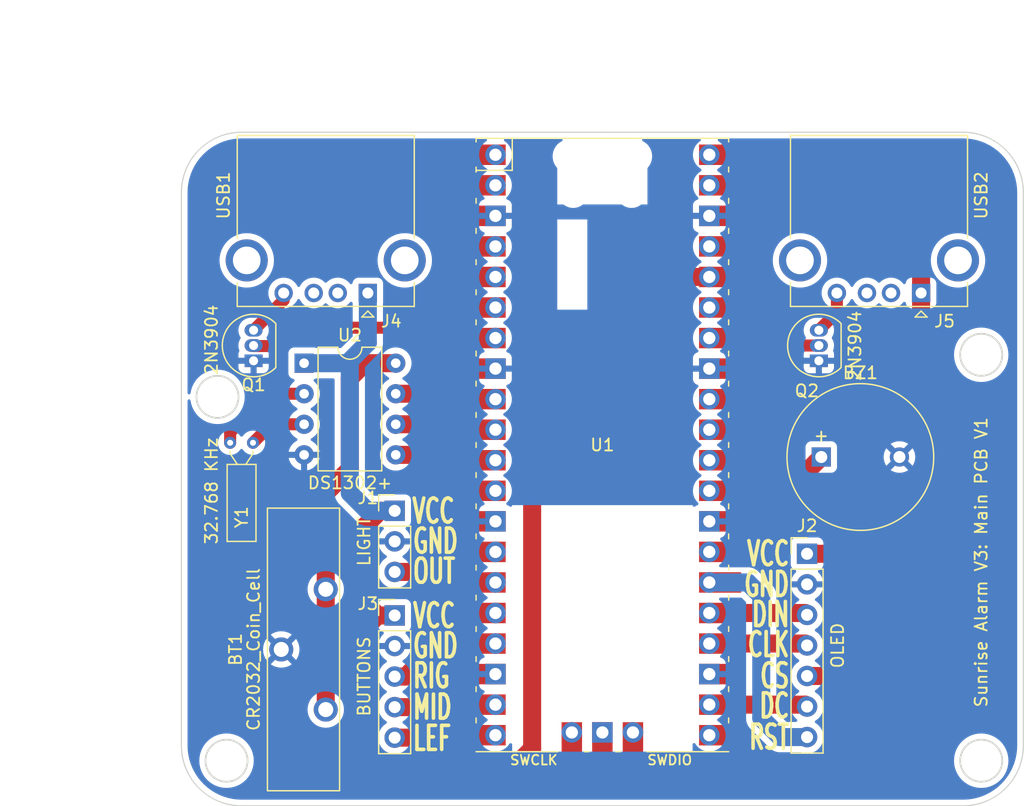
<source format=kicad_pcb>
(kicad_pcb (version 20211014) (generator pcbnew)
  (layers (0 "F.Cu" signal) (31 "B.Cu" signal) (34 "B.Paste" user) (35 "F.Paste" user) (36 "B.SilkS" user "B.Silkscreen") (37 "F.SilkS" user "F.Silkscreen") (38 "B.Mask" user) (39 "F.Mask" user) (44 "Edge.Cuts" user))
  (net 0 "")
  (net 1 "Net-(BT1-Pad1)")
  (net 2 "GND")
  (net 3 "PWM")
  (net 4 "+3.3V")
  (net 5 "LIGHT")
  (net 6 "OLED_DIN")
  (net 7 "OLED_CLK")
  (net 8 "OLED_CS")
  (net 9 "OLED_DC")
  (net 10 "OLED_RST")
  (net 11 "RIGHT_BUT")
  (net 12 "MIDDLE_BUT")
  (net 13 "LEFT_BUT")
  (net 16 "Net-(J4-Pad4)")
  (net 20 "Net-(J5-Pad4)")
  (net 22 "USB1")
  (net 23 "USB2")
  (net 24 "Net-(U2-Pad2)")
  (net 25 "Net-(U2-Pad3)")
  (net 26 "RTC_RST")
  (net 27 "RTC_DAT")
  (net 28 "RTC_CLK")
  (footprint "Connector_USB:USB_A_CONNFLY_DS1095-WNR0" (layer "F.Cu") (at 123.5 57.3625 180)
    (fp_text reference "J4" (at -1.95 -2.35) (layer "F.SilkS"))
    (fp_text value "USB1" (at 12 8.1125 90) (layer "F.SilkS"))
    (fp_line (start -3.86 -1.12) (end -3.86 0.86) (layer "F.SilkS") (width 0.12))
    (fp_line (start 0.5 -2) (end -0.5 -2) (layer "F.SilkS") (width 0.12))
    (fp_line (start 0 -1.5) (end 0.5 -2) (layer "F.SilkS") (width 0.12))
    (fp_line (start 10.86 0.86) (end 10.86 -1.12) (layer "F.SilkS") (width 0.12))
    (fp_line (start -3.86 4.56) (end -3.86 13.1) (layer "F.SilkS") (width 0.12))
    (fp_line (start -0.5 -2) (end 0 -1.5) (layer "F.SilkS") (width 0.12))
    (fp_line (start 10.86 4.56) (end 10.86 13.1) (layer "F.SilkS") (width 0.12))
    (fp_line (start -3.86 13.1) (end 10.86 13.1) (layer "F.SilkS") (width 0.12))
    (fp_line (start -3.86 -1.12) (end 10.86 -1.12) (layer "F.SilkS") (width 0.12))
    (pad "1" thru_hole rect (at 0 0 180) (size 1.524 1.524) (drill 0.92) (layers *.Cu *.Mask) (net 4 "+3.3V"))
    (pad "2" thru_hole circle (at 2.5 0 180) (size 1.524 1.524) (drill 0.92) (layers *.Cu *.Mask))
    (pad "3" thru_hole circle (at 4.5 0 180) (size 1.524 1.524) (drill 0.92) (layers *.Cu *.Mask))
    (pad "4" thru_hole circle (at 7 0 180) (size 1.524 1.524) (drill 0.92) (layers *.Cu *.Mask) (net 16 "Net-(J4-Pad4)"))
    (pad "5" thru_hole circle (at -3.07 2.71 180) (size 3.5 3.5) (drill 2.3) (layers *.Cu *.Mask))
    (pad "5" thru_hole circle (at 10.07 2.71 180) (size 3.5 3.5) (drill 2.3) (layers *.Cu *.Mask))
  )
  (footprint "Crystal:Crystal_DS26_D2.0mm_L6.0mm_Horizontal" (layer "F.Cu") (at 112.05 69.817742)
    (fp_text reference "Y1" (at 0.95 6.182258 90) (layer "F.SilkS"))
    (fp_text value "32.768 KHz" (at -1.55 4 90) (layer "F.SilkS"))
    (fp_line (start 0.6 1.8) (end 0 0.9) (layer "F.SilkS") (width 0.12))
    (fp_line (start -0.25 8.2) (end 2.15 8.2) (layer "F.SilkS") (width 0.12))
    (fp_line (start 1.9 0.9) (end 1.9 0.7) (layer "F.SilkS") (width 0.12))
    (fp_line (start 1.3 1.8) (end 1.9 0.9) (layer "F.SilkS") (width 0.12))
    (fp_line (start 0 0.9) (end 0 0.7) (layer "F.SilkS") (width 0.12))
    (fp_line (start 2.15 1.8) (end -0.25 1.8) (layer "F.SilkS") (width 0.12))
    (fp_line (start 2.15 8.2) (end 2.15 1.8) (layer "F.SilkS") (width 0.12))
    (fp_line (start -0.25 1.8) (end -0.25 8.2) (layer "F.SilkS") (width 0.12))
    (pad "1" thru_hole circle (at 0 0) (size 1 1) (drill 0.5) (layers *.Cu *.Mask) (net 24 "Net-(U2-Pad2)"))
    (pad "2" thru_hole circle (at 1.9 0) (size 1 1) (drill 0.5) (layers *.Cu *.Mask) (net 25 "Net-(U2-Pad3)"))
  )
  (footprint "Buzzer_Beeper:MagneticBuzzer_ProSignal_ABT-410-RC" (layer "F.Cu") (at 161.2 71)
    (fp_text reference "BZ1" (at 3.25 -7) (layer "F.SilkS"))
    (fp_text value "Buzzer")
    (fp_text user "+" (at 0 -1.8) (layer "F.SilkS"))
    (fp_circle (center 3.25 0) (end 9.35 0) (layer "F.SilkS") (width 0.12) (fill none))
    (pad "1" thru_hole rect (at 0 0) (size 1.6 1.6) (drill 1) (layers *.Cu *.Mask) (net 3 "PWM"))
    (pad "2" thru_hole circle (at 6.5 0) (size 1.6 1.6) (drill 1) (layers *.Cu *.Mask) (net 2 "GND"))
  )
  (footprint "Package_DIP:DIP-8_W7.62mm" (layer "F.Cu") (at 118.2 63.2)
    (fp_text reference "U2" (at 3.81 -2.33) (layer "F.SilkS"))
    (fp_text value "DS1302+" (at 3.81 9.95) (layer "F.SilkS"))
    (fp_line (start 6.46 -1.33) (end 4.81 -1.33) (layer "F.SilkS") (width 0.12))
    (fp_line (start 6.46 8.95) (end 6.46 -1.33) (layer "F.SilkS") (width 0.12))
    (fp_line (start 1.16 8.95) (end 6.46 8.95) (layer "F.SilkS") (width 0.12))
    (fp_line (start 2.81 -1.33) (end 1.16 -1.33) (layer "F.SilkS") (width 0.12))
    (fp_line (start 1.16 -1.33) (end 1.16 8.95) (layer "F.SilkS") (width 0.12))
    (fp_arc (start 4.81 -1.33) (mid 3.81 -0.33) (end 2.81 -1.33) (layer "F.SilkS") (width 0.12))
    (pad "1" thru_hole rect (at 0 0) (size 1.6 1.6) (drill 0.8) (layers *.Cu *.Mask) (net 4 "+3.3V"))
    (pad "2" thru_hole oval (at 0 2.54) (size 1.6 1.6) (drill 0.8) (layers *.Cu *.Mask) (net 24 "Net-(U2-Pad2)"))
    (pad "3" thru_hole oval (at 0 5.08) (size 1.6 1.6) (drill 0.8) (layers *.Cu *.Mask) (net 25 "Net-(U2-Pad3)"))
    (pad "4" thru_hole oval (at 0 7.62) (size 1.6 1.6) (drill 0.8) (layers *.Cu *.Mask) (net 2 "GND"))
    (pad "5" thru_hole oval (at 7.62 7.62) (size 1.6 1.6) (drill 0.8) (layers *.Cu *.Mask) (net 26 "RTC_RST"))
    (pad "6" thru_hole oval (at 7.62 5.08) (size 1.6 1.6) (drill 0.8) (layers *.Cu *.Mask) (net 27 "RTC_DAT"))
    (pad "7" thru_hole oval (at 7.62 2.54) (size 1.6 1.6) (drill 0.8) (layers *.Cu *.Mask) (net 28 "RTC_CLK"))
    (pad "8" thru_hole oval (at 7.62 0) (size 1.6 1.6) (drill 0.8) (layers *.Cu *.Mask) (net 1 "Net-(BT1-Pad1)"))
  )
  (footprint "Connector_PinHeader_2.54mm:PinHeader_1x05_P2.54mm_Vertical" (layer "F.Cu") (at 125.73 84.175)
    (fp_text reference "J3" (at -2.23 -0.975) (layer "F.SilkS"))
    (fp_text value "BUTTONS" (at -2.54 5.075 270) (layer "F.SilkS"))
    (fp_line (start -1.33 -1.33) (end 0 -1.33) (layer "F.SilkS") (width 0.12))
    (fp_line (start 1.33 1.27) (end 1.33 11.49) (layer "F.SilkS") (width 0.12))
    (fp_line (start -1.33 11.49) (end 1.33 11.49) (layer "F.SilkS") (width 0.12))
    (fp_line (start -1.33 1.27) (end -1.33 11.49) (layer "F.SilkS") (width 0.12))
    (fp_line (start -1.33 1.27) (end 1.33 1.27) (layer "F.SilkS") (width 0.12))
    (fp_line (start -1.33 0) (end -1.33 -1.33) (layer "F.SilkS") (width 0.12))
    (pad "1" thru_hole rect (at 0 0) (size 1.7 1.7) (drill 1) (layers *.Cu *.Mask) (net 4 "+3.3V"))
    (pad "2" thru_hole oval (at 0 2.54) (size 1.7 1.7) (drill 1) (layers *.Cu *.Mask) (net 2 "GND"))
    (pad "3" thru_hole oval (at 0 5.08) (size 1.7 1.7) (drill 1) (layers *.Cu *.Mask) (net 11 "RIGHT_BUT"))
    (pad "4" thru_hole oval (at 0 7.62) (size 1.7 1.7) (drill 1) (layers *.Cu *.Mask) (net 12 "MIDDLE_BUT"))
    (pad "5" thru_hole oval (at 0 10.16) (size 1.7 1.7) (drill 1) (layers *.Cu *.Mask) (net 13 "LEFT_BUT"))
  )
  (footprint "MCU_RaspberryPi_and_Boards:RPi_Pico_SMD_TH" (layer "F.Cu") (at 143 70)
    (fp_text reference "U1" (at 0 0) (layer "F.SilkS"))
    (fp_text value "Pico")
    (fp_text user "SWDIO" (at 5.6 26.2) (layer "F.SilkS") (effects (font (size 0.8 0.8))))
    (fp_text user "SWCLK" (at -5.7 26.2) (layer "F.SilkS") (effects (font (size 0.8 0.8))))
    (fp_line (start -10.5 4.9) (end -10.5 5.3) (layer "F.SilkS") (width 0.12))
    (fp_line (start -10.5 -18) (end -10.5 -17.6) (layer "F.SilkS") (width 0.12))
    (fp_line (start -10.5 -25.5) (end -10.5 -25.2) (layer "F.SilkS") (width 0.12))
    (fp_line (start 10.5 -15.4) (end 10.5 -15) (layer "F.SilkS") (width 0.12))
    (fp_line (start 10.5 -2.7) (end 10.5 -2.3) (layer "F.SilkS") (width 0.12))
    (fp_line (start -10.5 7.4) (end -10.5 7.8) (layer "F.SilkS") (width 0.12))
    (fp_line (start -1.5 25.5) (end -1.1 25.5) (layer "F.SilkS") (width 0.12))
    (fp_line (start 10.5 12.5) (end 10.5 12.9) (layer "F.SilkS") (width 0.12))
    (fp_line (start -10.5 -10.4) (end -10.5 -10) (layer "F.SilkS") (width 0.12))
    (fp_line (start -10.5 -0.2) (end -10.5 0.2) (layer "F.SilkS") (width 0.12))
    (fp_line (start 10.5 -18) (end 10.5 -17.6) (layer "F.SilkS") (width 0.12))
    (fp_line (start 10.5 22.7) (end 10.5 23.1) (layer "F.SilkS") (width 0.12))
    (fp_line (start -10.5 20.1) (end -10.5 20.5) (layer "F.SilkS") (width 0.12))
    (fp_line (start -10.5 -25.5) (end 10.5 -25.5) (layer "F.SilkS") (width 0.12))
    (fp_line (start 10.5 25.5) (end 3.7 25.5) (layer "F.SilkS") (width 0.12))
    (fp_line (start 10.5 15.1) (end 10.5 15.5) (layer "F.SilkS") (width 0.12))
    (fp_line (start -10.5 -12.9) (end -10.5 -12.5) (layer "F.SilkS") (width 0.12))
    (fp_line (start -10.5 22.7) (end -10.5 23.1) (layer "F.SilkS") (width 0.12))
    (fp_line (start -10.5 -15.4) (end -10.5 -15) (layer "F.SilkS") (width 0.12))
    (fp_line (start 1.1 25.5) (end 1.5 25.5) (layer "F.SilkS") (width 0.12))
    (fp_line (start -10.5 -22.833) (end -7.493 -22.833) (layer "F.SilkS") (width 0.12))
    (fp_line (start 10.5 -10.4) (end 10.5 -10) (layer "F.SilkS") (width 0.12))
    (fp_line (start 10.5 2.3) (end 10.5 2.7) (layer "F.SilkS") (width 0.12))
    (fp_line (start 10.5 17.6) (end 10.5 18) (layer "F.SilkS") (width 0.12))
    (fp_line (start 10.5 4.9) (end 10.5 5.3) (layer "F.SilkS") (width 0.12))
    (fp_line (start -10.5 -23.1) (end -10.5 -22.7) (layer "F.SilkS") (width 0.12))
    (fp_line (start -10.5 12.5) (end -10.5 12.9) (layer "F.SilkS") (width 0.12))
    (fp_line (start 10.5 -25.5) (end 10.5 -25.2) (layer "F.SilkS") (width 0.12))
    (fp_line (start -10.5 -5.3) (end -10.5 -4.9) (layer "F.SilkS") (width 0.12))
    (fp_line (start 10.5 -12.9) (end 10.5 -12.5) (layer "F.SilkS") (width 0.12))
    (fp_line (start -7.493 -22.833) (end -7.493 -25.5) (layer "F.SilkS") (width 0.12))
    (fp_line (start -10.5 -20.5) (end -10.5 -20.1) (layer "F.SilkS") (width 0.12))
    (fp_line (start 10.5 7.4) (end 10.5 7.8) (layer "F.SilkS") (width 0.12))
    (fp_line (start 10.5 -0.2) (end 10.5 0.2) (layer "F.SilkS") (width 0.12))
    (fp_line (start -10.5 -7.8) (end -10.5 -7.4) (layer "F.SilkS") (width 0.12))
    (fp_line (start -10.5 17.6) (end -10.5 18) (layer "F.SilkS") (width 0.12))
    (fp_line (start -10.5 15.1) (end -10.5 15.5) (layer "F.SilkS") (width 0.12))
    (fp_line (start -3.7 25.5) (end -10.5 25.5) (layer "F.SilkS") (width 0.12))
    (fp_line (start 10.5 10) (end 10.5 10.4) (layer "F.SilkS") (width 0.12))
    (fp_line (start 10.5 -5.3) (end 10.5 -4.9) (layer "F.SilkS") (width 0.12))
    (fp_line (start 10.5 -20.5) (end 10.5 -20.1) (layer "F.SilkS") (width 0.12))
    (fp_line (start -10.5 2.3) (end -10.5 2.7) (layer "F.SilkS") (width 0.12))
    (fp_line (start 10.5 -7.8) (end 10.5 -7.4) (layer "F.SilkS") (width 0.12))
    (fp_line (start -10.5 10) (end -10.5 10.4) (layer "F.SilkS") (width 0.12))
    (fp_line (start 10.5 20.1) (end 10.5 20.5) (layer "F.SilkS") (width 0.12))
    (fp_line (start -10.5 -2.7) (end -10.5 -2.3) (layer "F.SilkS") (width 0.12))
    (fp_line (start 10.5 -23.1) (end 10.5 -22.7) (layer "F.SilkS") (width 0.12))
    (pad "" np_thru_hole oval (at -2.425 -20.97) (size 1.5 1.5) (drill 1.5) (layers *.Cu *.Mask))
    (pad "" np_thru_hole oval (at 2.725 -24) (size 1.8 1.8) (drill 1.8) (layers *.Cu *.Mask))
    (pad "" np_thru_hole oval (at -2.725 -24) (size 1.8 1.8) (drill 1.8) (layers *.Cu *.Mask))
    (pad "" np_thru_hole oval (at 2.425 -20.97) (size 1.5 1.5) (drill 1.5) (layers *.Cu *.Mask))
    (pad "1" smd rect (at -8.89 -24.13) (size 3.5 1.7) (drill (offset -0.9 0)) (layers "F.Cu" "F.Mask"))
    (pad "1" thru_hole oval (at -8.89 -24.13) (size 1.7 1.7) (drill 1.02) (layers *.Cu *.Mask))
    (pad "2" smd rect (at -8.89 -21.59) (size 3.5 1.7) (drill (offset -0.9 0)) (layers "F.Cu" "F.Mask"))
    (pad "2" thru_hole oval (at -8.89 -21.59) (size 1.7 1.7) (drill 1.02) (layers *.Cu *.Mask))
    (pad "3" thru_hole rect (at -8.89 -19.05) (size 1.7 1.7) (drill 1.02) (layers *.Cu *.Mask) (net 2 "GND"))
    (pad "3" smd rect (at -8.89 -19.05) (size 3.5 1.7) (drill (offset -0.9 0)) (layers "F.Cu" "F.Mask") (net 2 "GND"))
    (pad "4" smd rect (at -8.89 -16.51) (size 3.5 1.7) (drill (offset -0.9 0)) (layers "F.Cu" "F.Mask"))
    (pad "4" thru_hole oval (at -8.89 -16.51) (size 1.7 1.7) (drill 1.02) (layers *.Cu *.Mask))
    (pad "5" smd rect (at -8.89 -13.97) (size 3.5 1.7) (drill (offset -0.9 0)) (layers "F.Cu" "F.Mask"))
    (pad "5" thru_hole oval (at -8.89 -13.97) (size 1.7 1.7) (drill 1.02) (layers *.Cu *.Mask))
    (pad "6" thru_hole oval (at -8.89 -11.43) (size 1.7 1.7) (drill 1.02) (layers *.Cu *.Mask))
    (pad "6" smd rect (at -8.89 -11.43) (size 3.5 1.7) (drill (offset -0.9 0)) (layers "F.Cu" "F.Mask"))
    (pad "7" smd rect (at -8.89 -8.89) (size 3.5 1.7) (drill (offset -0.9 0)) (layers "F.Cu" "F.Mask") (net 22 "USB1"))
    (pad "7" thru_hole oval (at -8.89 -8.89) (size 1.7 1.7) (drill 1.02) (layers *.Cu *.Mask) (net 22 "USB1"))
    (pad "8" thru_hole rect (at -8.89 -6.35) (size 1.7 1.7) (drill 1.02) (layers *.Cu *.Mask) (net 2 "GND"))
    (pad "8" smd rect (at -8.89 -6.35) (size 3.5 1.7) (drill (offset -0.9 0)) (layers "F.Cu" "F.Mask") (net 2 "GND"))
    (pad "9" thru_hole oval (at -8.89 -3.81) (size 1.7 1.7) (drill 1.02) (layers *.Cu *.Mask) (net 28 "RTC_CLK"))
    (pad "9" smd rect (at -8.89 -3.81) (size 3.5 1.7) (drill (offset -0.9 0)) (layers "F.Cu" "F.Mask") (net 28 "RTC_CLK"))
    (pad "10" smd rect (at -8.89 -1.27) (size 3.5 1.7) (drill (offset -0.9 0)) (layers "F.Cu" "F.Mask") (net 27 "RTC_DAT"))
    (pad "10" thru_hole oval (at -8.89 -1.27) (size 1.7 1.7) (drill 1.02) (layers *.Cu *.Mask) (net 27 "RTC_DAT"))
    (pad "11" thru_hole oval (at -8.89 1.27) (size 1.7 1.7) (drill 1.02) (layers *.Cu *.Mask) (net 26 "RTC_RST"))
    (pad "11" smd rect (at -8.89 1.27) (size 3.5 1.7) (drill (offset -0.9 0)) (layers "F.Cu" "F.Mask") (net 26 "RTC_RST"))
    (pad "12" smd rect (at -8.89 3.81) (size 3.5 1.7) (drill (offset -0.9 0)) (layers "F.Cu" "F.Mask"))
    (pad "12" thru_hole oval (at -8.89 3.81) (size 1.7 1.7) (drill 1.02) (layers *.Cu *.Mask))
    (pad "13" thru_hole rect (at -8.89 6.35) (size 1.7 1.7) (drill 1.02) (layers *.Cu *.Mask) (net 2 "GND"))
    (pad "13" smd rect (at -8.89 6.35) (size 3.5 1.7) (drill (offset -0.9 0)) (layers "F.Cu" "F.Mask") (net 2 "GND"))
    (pad "14" thru_hole oval (at -8.89 8.89) (size 1.7 1.7) (drill 1.02) (layers *.Cu *.Mask))
    (pad "14" smd rect (at -8.89 8.89) (size 3.5 1.7) (drill (offset -0.9 0)) (layers "F.Cu" "F.Mask"))
    (pad "15" smd rect (at -8.89 11.43) (size 3.5 1.7) (drill (offset -0.9 0)) (layers "F.Cu" "F.Mask") (net 5 "LIGHT"))
    (pad "15" thru_hole oval (at -8.89 11.43) (size 1.7 1.7) (drill 1.02) (layers *.Cu *.Mask) (net 5 "LIGHT"))
    (pad "16" smd rect (at -8.89 13.97) (size 3.5 1.7) (drill (offset -0.9 0)) (layers "F.Cu" "F.Mask"))
    (pad "16" thru_hole oval (at -8.89 13.97) (size 1.7 1.7) (drill 1.02) (layers *.Cu *.Mask))
    (pad "17" thru_hole oval (at -8.89 16.51) (size 1.7 1.7) (drill 1.02) (layers *.Cu *.Mask) (net 11 "RIGHT_BUT"))
    (pad "17" smd rect (at -8.89 16.51) (size 3.5 1.7) (drill (offset -0.9 0)) (layers "F.Cu" "F.Mask") (net 11 "RIGHT_BUT"))
    (pad "18" smd rect (at -8.89 19.05) (size 3.5 1.7) (drill (offset -0.9 0)) (layers "F.Cu" "F.Mask") (net 2 "GND"))
    (pad "18" thru_hole rect (at -8.89 19.05) (size 1.7 1.7) (drill 1.02) (layers *.Cu *.Mask) (net 2 "GND"))
    (pad "19" thru_hole oval (at -8.89 21.59) (size 1.7 1.7) (drill 1.02) (layers *.Cu *.Mask) (net 12 "MIDDLE_BUT"))
    (pad "19" smd rect (at -8.89 21.59) (size 3.5 1.7) (drill (offset -0.9 0)) (layers "F.Cu" "F.Mask") (net 12 "MIDDLE_BUT"))
    (pad "20" thru_hole oval (at -8.89 24.13) (size 1.7 1.7) (drill 1.02) (layers *.Cu *.Mask) (net 13 "LEFT_BUT"))
    (pad "20" smd rect (at -8.89 24.13) (size 3.5 1.7) (drill (offset -0.9 0)) (layers "F.Cu" "F.Mask") (net 13 "LEFT_BUT"))
    (pad "21" thru_hole oval (at 8.89 24.13) (size 1.7 1.7) (drill 1.02) (layers *.Cu *.Mask) (net 8 "OLED_CS"))
    (pad "21" smd rect (at 8.89 24.13) (size 3.5 1.7) (drill (offset 0.9 0)) (layers "F.Cu" "F.Mask") (net 8 "OLED_CS"))
    (pad "22" smd rect (at 8.89 21.59) (size 3.5 1.7) (drill (offset 0.9 0)) (layers "F.Cu" "F.Mask") (net 9 "OLED_DC"))
    (pad "22" thru_hole oval (at 8.89 21.59) (size 1.7 1.7) (drill 1.02) (layers *.Cu *.Mask) (net 9 "OLED_DC"))
    (pad "23" smd rect (at 8.89 19.05) (size 3.5 1.7) (drill (offset 0.9 0)) (layers "F.Cu" "F.Mask") (net 2 "GND"))
    (pad "23" thru_hole rect (at 8.89 19.05) (size 1.7 1.7) (drill 1.02) (layers *.Cu *.Mask) (net 2 "GND"))
    (pad "24" smd rect (at 8.89 16.51) (size 3.5 1.7) (drill (offset 0.9 0)) (layers "F.Cu" "F.Mask") (net 7 "OLED_CLK"))
    (pad "24" thru_hole oval (at 8.89 16.51) (size 1.7 1.7) (drill 1.02) (layers *.Cu *.Mask) (net 7 "OLED_CLK"))
    (pad "25" smd rect (at 8.89 13.97) (size 3.5 1.7) (drill (offset 0.9 0)) (layers "F.Cu" "F.Mask") (net 6 "OLED_DIN"))
    (pad "25" thru_hole oval (at 8.89 13.97) (size 1.7 1.7) (drill 1.02) (layers *.Cu *.Mask) (net 6 "OLED_DIN"))
    (pad "26" smd rect (at 8.89 11.43) (size 3.5 1.7) (drill (offset 0.9 0)) (layers "F.Cu" "F.Mask") (net 10 "OLED_RST"))
    (pad "26" thru_hole oval (at 8.89 11.43) (size 1.7 1.7) (drill 1.02) (layers *.Cu *.Mask) (net 10 "OLED_RST"))
    (pad "27" smd rect (at 8.89 8.89) (size 3.5 1.7) (drill (offset 0.9 0)) (layers "F.Cu" "F.Mask"))
    (pad "27" thru_hole oval (at 8.89 8.89) (size 1.7 1.7) (drill 1.02) (layers *.Cu *.Mask))
    (pad "28" thru_hole rect (at 8.89 6.35) (size 1.7 1.7) (drill 1.02) (layers *.Cu *.Mask) (net 2 "GND"))
    (pad "28" smd rect (at 8.89 6.35) (size 3.5 1.7) (drill (offset 0.9 0)) (layers "F.Cu" "F.Mask") (net 2 "GND"))
    (pad "29" thru_hole oval (at 8.89 3.81) (size 1.7 1.7) (drill 1.02) (layers *.Cu *.Mask) (net 3 "PWM"))
    (pad "29" smd rect (at 8.89 3.81) (size 3.5 1.7) (drill (offset 0.9 0)) (layers "F.Cu" "F.Mask") (net 3 "PWM"))
    (pad "30" smd rect (at 8.89 1.27) (size 3.5 1.7) (drill (offset 0.9 0)) (layers "F.Cu" "F.Mask"))
    (pad "30" thru_hole oval (at 8.89 1.27) (size 1.7 1.7) (drill 1.02) (layers *.Cu *.Mask))
    (pad "31" thru_hole oval (at 8.89 -1.27) (size 1.7 1.7) (drill 1.02) (layers *.Cu *.Mask))
    (pad "31" smd rect (at 8.89 -1.27) (size 3.5 1.7) (drill (offset 0.9 0)) (layers "F.Cu" "F.Mask"))
    (pad "32" smd rect (at 8.89 -3.81) (size 3.5 1.7) (drill (offset 0.9 0)) (layers "F.Cu" "F.Mask"))
    (pad "32" thru_hole oval (at 8.89 -3.81) (size 1.7 1.7) (drill 1.02) (layers *.Cu *.Mask))
    (pad "33" thru_hole rect (at 8.89 -6.35) (size 1.7 1.7) (drill 1.02) (layers *.Cu *.Mask) (net 2 "GND"))
    (pad "33" smd rect (at 8.89 -6.35) (size 3.5 1.7) (drill (offset 0.9 0)) (layers "F.Cu" "F.Mask") (net 2 "GND"))
    (pad "34" smd rect (at 8.89 -8.89) (size 3.5 1.7) (drill (offset 0.9 0)) (layers "F.Cu" "F.Mask") (net 23 "USB2"))
    (pad "34" thru_hole oval (at 8.89 -8.89) (size 1.7 1.7) (drill 1.02) (layers *.Cu *.Mask) (net 23 "USB2"))
    (pad "35" thru_hole oval (at 8.89 -11.43) (size 1.7 1.7) (drill 1.02) (layers *.Cu *.Mask))
    (pad "35" smd rect (at 8.89 -11.43) (size 3.5 1.7) (drill (offset 0.9 0)) (layers "F.Cu" "F.Mask"))
    (pad "36" smd rect (at 8.89 -13.97) (size 3.5 1.7) (drill (offset 0.9 0)) (layers "F.Cu" "F.Mask") (net 4 "+3.3V"))
    (pad "36" thru_hole oval (at 8.89 -13.97) (size 1.7 1.7) (drill 1.02) (layers *.Cu *.Mask) (net 4 "+3.3V"))
    (pad "37" thru_hole oval (at 8.89 -16.51) (size 1.7 1.7) (drill 1.02) (layers *.Cu *.Mask))
    (pad "37" smd rect (at 8.89 -16.51) (size 3.5 1.7) (drill (offset 0.9 0)) (layers "F.Cu" "F.Mask"))
    (pad "38" smd rect (at 8.89 -19.05) (size 3.5 1.7) (drill (offset 0.9 0)) (layers "F.Cu" "F.Mask") (net 2 "GND"))
    (pad "38" thru_hole rect (at 8.89 -19.05) (size 1.7 1.7) (drill 1.02) (layers *.Cu *.Mask) (net 2 "GND"))
    (pad "39" thru_hole oval (at 8.89 -21.59) (size 1.7 1.7) (drill 1.02) (layers *.Cu *.Mask))
    (pad "39" smd rect (at 8.89 -21.59) (size 3.5 1.7) (drill (offset 0.9 0)) (layers "F.Cu" "F.Mask"))
    (pad "40" thru_hole oval (at 8.89 -24.13) (size 1.7 1.7) (drill 1.02) (layers *.Cu *.Mask))
    (pad "40" smd rect (at 8.89 -24.13) (size 3.5 1.7) (drill (offset 0.9 0)) (layers "F.Cu" "F.Mask"))
    (pad "41" thru_hole oval (at -2.54 23.9) (size 1.7 1.7) (drill 1.02) (layers *.Cu *.Mask))
    (pad "41" smd rect (at -2.54 23.9 90) (size 3.5 1.7) (drill (offset -0.9 0)) (layers "F.Cu" "F.Mask"))
    (pad "42" smd rect (at 0 23.9 90) (size 3.5 1.7) (drill (offset -0.9 0)) (layers "F.Cu" "F.Mask"))
    (pad "42" thru_hole rect (at 0 23.9) (size 1.7 1.7) (drill 1.02) (layers *.Cu *.Mask))
    (pad "43" thru_hole oval (at 2.54 23.9) (size 1.7 1.7) (drill 1.02) (layers *.Cu *.Mask))
    (pad "43" smd rect (at 2.54 23.9 90) (size 3.5 1.7) (drill (offset -0.9 0)) (layers "F.Cu" "F.Mask"))
  )
  (footprint "Vertical_CR2032_Battery_Holder:Vertical_CR2032_Battery_Holder" (layer "F.Cu") (at 118.15 87 -90)
    (fp_text reference "BT1" (at 0 5.65 90 unlocked) (layer "F.SilkS"))
    (fp_text value "CR2032_Coin_Cell" (at 0 4.15 90 unlocked) (layer "F.SilkS"))
    (fp_rect (start -11.75 3) (end 11.75 -3) (layer "F.SilkS") (width 0.12) (fill none))
    (pad "1" thru_hole circle (at 5 -1.85 270) (size 2 2) (drill 1.25) (layers *.Cu *.Mask) (net 1 "Net-(BT1-Pad1)"))
    (pad "1" thru_hole circle (at -5 -1.85 270) (size 2 2) (drill 1.25) (layers *.Cu *.Mask) (net 1 "Net-(BT1-Pad1)"))
    (pad "2" thru_hole circle (at 0 1.85 270) (size 2 2) (drill 1.25) (layers *.Cu *.Mask) (net 2 "GND"))
  )
  (footprint "Connector_USB:USB_A_CONNFLY_DS1095-WNR0" (layer "F.Cu") (at 169.5 57.3625 180)
    (fp_text reference "J5" (at -1.95 -2.35) (layer "F.SilkS"))
    (fp_text value "USB2" (at -5 8.1125 90) (layer "F.SilkS"))
    (fp_line (start -3.86 -1.12) (end 10.86 -1.12) (layer "F.SilkS") (width 0.12))
    (fp_line (start -3.86 4.56) (end -3.86 13.1) (layer "F.SilkS") (width 0.12))
    (fp_line (start 10.86 4.56) (end 10.86 13.1) (layer "F.SilkS") (width 0.12))
    (fp_line (start -3.86 13.1) (end 10.86 13.1) (layer "F.SilkS") (width 0.12))
    (fp_line (start 10.86 0.86) (end 10.86 -1.12) (layer "F.SilkS") (width 0.12))
    (fp_line (start -3.86 -1.12) (end -3.86 0.86) (layer "F.SilkS") (width 0.12))
    (fp_line (start 0.5 -2) (end -0.5 -2) (layer "F.SilkS") (width 0.12))
    (fp_line (start -0.5 -2) (end 0 -1.5) (layer "F.SilkS") (width 0.12))
    (fp_line (start 0 -1.5) (end 0.5 -2) (layer "F.SilkS") (width 0.12))
    (pad "1" thru_hole rect (at 0 0 180) (size 1.524 1.524) (drill 0.92) (layers *.Cu *.Mask) (net 4 "+3.3V"))
    (pad "2" thru_hole circle (at 2.5 0 180) (size 1.524 1.524) (drill 0.92) (layers *.Cu *.Mask))
    (pad "3" thru_hole circle (at 4.5 0 180) (size 1.524 1.524) (drill 0.92) (layers *.Cu *.Mask))
    (pad "4" thru_hole circle (at 7 0 180) (size 1.524 1.524) (drill 0.92) (layers *.Cu *.Mask) (net 20 "Net-(J5-Pad4)"))
    (pad "5" thru_hole circle (at 10.07 2.71 180) (size 3.5 3.5) (drill 2.3) (layers *.Cu *.Mask))
    (pad "5" thru_hole circle (at -3.07 2.71 180) (size 3.5 3.5) (drill 2.3) (layers *.Cu *.Mask))
  )
  (footprint "Package_TO_SOT_THT:TO-92_Inline" (layer "F.Cu") (at 114 63 90)
    (fp_text reference "Q1" (at -2 0 180) (layer "F.SilkS"))
    (fp_text value "2N3904" (at 1.75 -3.5 90) (layer "F.SilkS"))
    (fp_line (start -0.53 1.85) (end 3.07 1.85) (layer "F.SilkS") (width 0.12))
    (fp_arc (start -0.568478 1.838478) (mid -1.132087 -0.994977) (end 1.27 -2.6) (layer "F.SilkS") (width 0.12))
    (fp_arc (start 1.27 -2.6) (mid 3.672087 -0.994977) (end 3.108478 1.838478) (layer "F.SilkS") (width 0.12))
    (pad "1" thru_hole rect (at 0 0 90) (size 1.05 1.5) (drill 0.75) (layers *.Cu *.Mask) (net 2 "GND"))
    (pad "2" thru_hole oval (at 1.27 0 90) (size 1.05 1.5) (drill 0.75) (layers *.Cu *.Mask) (net 22 "USB1"))
    (pad "3" thru_hole oval (at 2.54 0 90) (size 1.05 1.5) (drill 0.75) (layers *.Cu *.Mask) (net 16 "Net-(J4-Pad4)"))
  )
  (footprint "Connector_PinHeader_2.54mm:PinHeader_1x03_P2.54mm_Vertical" (layer "F.Cu") (at 125.73 75.475)
    (fp_text reference "J1" (at -2.23 -1.075) (layer "F.SilkS"))
    (fp_text value "LIGHT" (at -2.54 2.54 90) (layer "F.SilkS"))
    (fp_line (start -1.33 1.27) (end 1.33 1.27) (layer "F.SilkS") (width 0.12))
    (fp_line (start -1.33 0) (end -1.33 -1.33) (layer "F.SilkS") (width 0.12))
    (fp_line (start -1.33 -1.33) (end 0 -1.33) (layer "F.SilkS") (width 0.12))
    (fp_line (start -1.33 6.41) (end 1.33 6.41) (layer "F.SilkS") (width 0.12))
    (fp_line (start -1.33 1.27) (end -1.33 6.41) (layer "F.SilkS") (width 0.12))
    (fp_line (start 1.33 1.27) (end 1.33 6.41) (layer "F.SilkS") (width 0.12))
    (pad "1" thru_hole rect (at 0 0) (size 1.7 1.7) (drill 1) (layers *.Cu *.Mask) (net 4 "+3.3V"))
    (pad "2" thru_hole oval (at 0 2.54) (size 1.7 1.7) (drill 1) (layers *.Cu *.Mask) (net 2 "GND"))
    (pad "3" thru_hole oval (at 0 5.08) (size 1.7 1.7) (drill 1) (layers *.Cu *.Mask) (net 5 "LIGHT"))
  )
  (footprint "Connector_PinHeader_2.54mm:PinHeader_1x07_P2.54mm_Vertical" (layer "F.Cu") (at 160.02 79.0475)
    (fp_text reference "J2" (at 0 -2.33) (layer "F.SilkS"))
    (fp_text value "OLED" (at 2.54 7.625 90) (layer "F.SilkS"))
    (fp_line (start -1.33 1.27) (end -1.33 16.57) (layer "F.SilkS") (width 0.12))
    (fp_line (start -1.33 0) (end -1.33 -1.33) (layer "F.SilkS") (width 0.12))
    (fp_line (start 1.33 1.27) (end 1.33 16.57) (layer "F.SilkS") (width 0.12))
    (fp_line (start -1.33 1.27) (end 1.33 1.27) (layer "F.SilkS") (width 0.12))
    (fp_line (start -1.33 -1.33) (end 0 -1.33) (layer "F.SilkS") (width 0.12))
    (fp_line (start -1.33 16.57) (end 1.33 16.57) (layer "F.SilkS") (width 0.12))
    (pad "1" thru_hole rect (at 0 0) (size 1.7 1.7) (drill 1) (layers *.Cu *.Mask) (net 4 "+3.3V"))
    (pad "2" thru_hole oval (at 0 2.54) (size 1.7 1.7) (drill 1) (layers *.Cu *.Mask) (net 2 "GND"))
    (pad "3" thru_hole oval (at 0 5.08) (size 1.7 1.7) (drill 1) (layers *.Cu *.Mask) (net 6 "OLED_DIN"))
    (pad "4" thru_hole oval (at 0 7.62) (size 1.7 1.7) (drill 1) (layers *.Cu *.Mask) (net 7 "OLED_CLK"))
    (pad "5" thru_hole oval (at 0 10.16) (size 1.7 1.7) (drill 1) (layers *.Cu *.Mask) (net 8 "OLED_CS"))
    (pad "6" thru_hole oval (at 0 12.7) (size 1.7 1.7) (drill 1) (layers *.Cu *.Mask) (net 9 "OLED_DC"))
    (pad "7" thru_hole oval (at 0 15.24) (size 1.7 1.7) (drill 1) (layers *.Cu *.Mask) (net 10 "OLED_RST"))
  )
  (footprint "Package_TO_SOT_THT:TO-92_Inline" (layer "F.Cu") (at 161 63 90)
    (fp_text reference "Q2" (at -2.5 -1 180) (layer "F.SilkS"))
    (fp_text value "2N3904" (at 1.25 3 270) (layer "F.SilkS"))
    (fp_line (start -0.53 1.85) (end 3.07 1.85) (layer "F.SilkS") (width 0.12))
    (fp_arc (start -0.568478 1.838478) (mid -1.132087 -0.994977) (end 1.27 -2.6) (layer "F.SilkS") (width 0.12))
    (fp_arc (start 1.27 -2.6) (mid 3.672087 -0.994977) (end 3.108478 1.838478) (layer "F.SilkS") (width 0.12))
    (pad "1" thru_hole rect (at 0 0 90) (size 1.05 1.5) (drill 0.75) (layers *.Cu *.Mask) (net 2 "GND"))
    (pad "2" thru_hole oval (at 1.27 0 90) (size 1.05 1.5) (drill 0.75) (layers *.Cu *.Mask) (net 23 "USB2"))
    (pad "3" thru_hole oval (at 2.54 0 90) (size 1.05 1.5) (drill 0.75) (layers *.Cu *.Mask) (net 20 "Net-(J5-Pad4)"))
  )
  (gr_arc (start 173 44) (mid 176.535534 45.464466) (end 178 49) (layer "Edge.Cuts") (width 0.1))
  (gr_circle (center 174.5 62.5) (end 176.25 62.5) (layer "Edge.Cuts") (width 0.15) (fill none))
  (gr_arc (start 108 49) (mid 109.464466 45.464466) (end 113 44) (layer "Edge.Cuts") (width 0.1))
  (gr_line (start 108 49) (end 108 95) (layer "Edge.Cuts") (width 0.1))
  (gr_arc (start 178 95) (mid 176.535534 98.535534) (end 173 100) (layer "Edge.Cuts") (width 0.1))
  (gr_line (start 173 100) (end 113 100) (layer "Edge.Cuts") (width 0.1))
  (gr_line (start 143 44) (end 113 44) (layer "Edge.Cuts") (width 0.1))
  (gr_arc (start 113 100) (mid 109.464466 98.535534) (end 108 95) (layer "Edge.Cuts") (width 0.1))
  (gr_line (start 143 44) (end 173 44) (layer "Edge.Cuts") (width 0.1))
  (gr_circle (center 111.75 96.25) (end 113.5 96.25) (layer "Edge.Cuts") (width 0.15) (fill none))
  (gr_circle (center 174.5 96.25) (end 176.25 96.25) (layer "Edge.Cuts") (width 0.15) (fill none))
  (gr_line (start 178 49) (end 178 95) (layer "Edge.Cuts") (width 0.1))
  (gr_circle (center 111 66) (end 112.75 66) (layer "Edge.Cuts") (width 0.15) (fill none))
  (gr_text "GND" (at 127.1 86.7) (layer "F.SilkS") (effects (font (size 2 1.2) (thickness 0.3)) (justify left)))
  (gr_text "Sunrise Alarm V3: Main PCB V1" (at 174.5 79.75 90) (layer "F.SilkS") (effects (font (size 1 1))))
  (gr_text "OUT" (at 127.1 80.5) (layer "F.SilkS") (effects (font (size 2 1.2) (thickness 0.3)) (justify left)))
  (gr_text "RIG" (at 127.1 89.2) (layer "F.SilkS") (effects (font (size 2 1.2) (thickness 0.3)) (justify left)))
  (gr_text "CLK" (at 158.7 86.6) (layer "F.SilkS") (effects (font (size 2 1.2) (thickness 0.3)) (justify right)))
  (gr_text "DC" (at 158.7 91.7) (layer "F.SilkS") (effects (font (size 2 1.2) (thickness 0.3)) (justify right)))
  (gr_text "RST" (at 158.7 94.3) (layer "F.SilkS") (effects (font (size 2 1.2) (thickness 0.3)) (justify right)))
  (gr_text "LEF" (at 127.1 94.4) (layer "F.SilkS") (effects (font (size 2 1.2) (thickness 0.3)) (justify left)))
  (gr_text "CS" (at 158.7 89.2) (layer "F.SilkS") (effects (font (size 2 1.2) (thickness 0.3)) (justify right)))
  (gr_text "GND" (at 127.1 78) (layer "F.SilkS") (effects (font (size 2 1.2) (thickness 0.3)) (justify left)))
  (gr_text "DIN" (at 158.7 84.1) (layer "F.SilkS") (effects (font (size 2 1.2) (thickness 0.3)) (justify right)))
  (gr_text "VCC" (at 127.04 75.5) (layer "F.SilkS") (effects (font (size 2 1.2) (thickness 0.3)) (justify left)))
  (gr_text "GND" (at 158.69 81.6) (layer "F.SilkS") (effects (font (size 2 1.2) (thickness 0.3)) (justify right)))
  (gr_text "VCC" (at 127.1 84.2) (layer "F.SilkS") (effects (font (size 2 1.2) (thickness 0.3)) (justify left)))
  (gr_text "MID" (at 127.1 91.8) (layer "F.SilkS") (effects (font (size 2 1.2) (thickness 0.3)) (justify left)))
  (gr_text "VCC" (at 158.69 79.0475) (layer "F.SilkS") (effects (font (size 2 1.2) (thickness 0.3)) (justify right)))
  (segment (start 122 72) (end 120 74) (width 1.5) (layer "F.Cu") (net 1))
  (segment (start 123.26 63.2) (end 122 64.46) (width 1.5) (layer "F.Cu") (net 1))
  (segment (start 120 74) (end 120 82) (width 1.5) (layer "F.Cu") (net 1))
  (segment (start 125.82 63.2) (end 123.26 63.2) (width 1.5) (layer "F.Cu") (net 1))
  (segment (start 120 82) (end 120 92) (width 1.5) (layer "F.Cu") (net 1))
  (segment (start 122 64.46) (end 122 72) (width 1.5) (layer "F.Cu") (net 1))
  (segment (start 158.39 73.81) (end 161.2 71) (width 1.5) (layer "F.Cu") (net 3))
  (segment (start 151.89 73.81) (end 158.39 73.81) (width 1.5) (layer "F.Cu") (net 3))
  (segment (start 165 66.25) (end 165 76.5) (width 1.5) (layer "F.Cu") (net 4))
  (segment (start 123.19 76.81) (end 123.19 83.04) (width 1.5) (layer "F.Cu") (net 4))
  (segment (start 165 76.5) (end 162.4525 79.0475) (width 1.5) (layer "F.Cu") (net 4))
  (segment (start 134.62 97.79) (end 124.46 97.79) (width 1.5) (layer "F.Cu") (net 4))
  (segment (start 169.5 57.3625) (end 169.5 61.75) (width 1.5) (layer "F.Cu") (net 4))
  (segment (start 123.19 83.04) (end 124.325 84.175) (width 1.5) (layer "F.Cu") (net 4))
  (segment (start 154.97 56.03) (end 156 55) (width 1.5) (layer "F.Cu") (net 4))
  (segment (start 123.19 96.52) (end 123.19 85.31) (width 1.5) (layer "F.Cu") (net 4))
  (segment (start 124.525 75.475) (end 125.73 75.475) (width 1.5) (layer "F.Cu") (net 4))
  (segment (start 151.89 56.03) (end 154.97 56.03) (width 1.5) (layer "F.Cu") (net 4))
  (segment (start 137.16 64.84) (end 137.16 95.25) (width 1.5) (layer "F.Cu") (net 4))
  (segment (start 123.19 85.31) (end 124.325 84.175) (width 1.5) (layer "F.Cu") (net 4))
  (segment (start 124.46 97.79) (end 123.19 96.52) (width 1.5) (layer "F.Cu") (net 4))
  (segment (start 168 51) (end 169.5 52.5) (width 1.5) (layer "F.Cu") (net 4))
  (segment (start 169.5 61.75) (end 165 66.25) (width 1.5) (layer "F.Cu") (net 4))
  (segment (start 157 51) (end 168 51) (width 1.5) (layer "F.Cu") (net 4))
  (segment (start 137.16 95.25) (end 134.62 97.79) (width 1.5) (layer "F.Cu") (net 4))
  (segment (start 151.89 56.03) (end 145.97 56.03) (width 1.5) (layer "F.Cu") (net 4))
  (segment (start 145.97 56.03) (end 137.16 64.84) (width 1.5) (layer "F.Cu") (net 4))
  (segment (start 162.4525 79.0475) (end 160.02 79.0475) (width 1.5) (layer "F.Cu") (net 4))
  (segment (start 156 52) (end 157 51) (width 1.5) (layer "F.Cu") (net 4))
  (segment (start 156 55) (end 156 52) (width 1.5) (layer "F.Cu") (net 4))
  (segment (start 123.19 76.81) (end 124.525 75.475) (width 1.5) (layer "F.Cu") (net 4))
  (segment (start 124.325 84.175) (end 125.73 84.175) (width 1.5) (layer "F.Cu") (net 4))
  (segment (start 169.5 52.5) (end 169.5 57.3625) (width 1.5) (layer "F.Cu") (net 4))
  (segment (start 123.5 61.5) (end 123.5 57.3625) (width 1.5) (layer "B.Cu") (net 4))
  (segment (start 122 74) (end 123.475 75.475) (width 1.5) (layer "B.Cu") (net 4))
  (segment (start 118.2 63.2) (end 121.8 63.2) (width 1.5) (layer "B.Cu") (net 4))
  (segment (start 122 74) (end 122 63.4) (width 1.5) (layer "B.Cu") (net 4))
  (segment (start 122 63.4) (end 121.8 63.2) (width 1.5) (layer "B.Cu") (net 4))
  (segment (start 123.475 75.475) (end 125.73 75.475) (width 1.5) (layer "B.Cu") (net 4))
  (segment (start 121.8 63.2) (end 123.5 61.5) (width 1.5) (layer "B.Cu") (net 4))
  (segment (start 125.73 80.555) (end 128.805 80.555) (width 1.5) (layer "F.Cu") (net 5))
  (segment (start 128.805 80.555) (end 129.68 81.43) (width 1.5) (layer "F.Cu") (net 5))
  (segment (start 129.68 81.43) (end 134.11 81.43) (width 1.5) (layer "F.Cu") (net 5))
  (segment (start 151.89 83.97) (end 159.8625 83.97) (width 1.5) (layer "F.Cu") (net 6))
  (segment (start 159.8625 83.97) (end 160.02 84.1275) (width 1.5) (layer "F.Cu") (net 6))
  (segment (start 151.89 86.51) (end 159.8625 86.51) (width 1.5) (layer "F.Cu") (net 7))
  (segment (start 159.8625 86.51) (end 160.02 86.6675) (width 1.5) (layer "F.Cu") (net 7))
  (segment (start 162.56 97.79) (end 163.83 96.52) (width 1.5) (layer "F.Cu") (net 8))
  (segment (start 151.89 94.13) (end 153.82 94.13) (width 1.5) (layer "F.Cu") (net 8))
  (segment (start 157.48 97.79) (end 162.56 97.79) (width 1.5) (layer "F.Cu") (net 8))
  (segment (start 163.83 91.44) (end 161.5975 89.2075) (width 1.5) (layer "F.Cu") (net 8))
  (segment (start 161.5975 89.2075) (end 160.02 89.2075) (width 1.5) (layer "F.Cu") (net 8))
  (segment (start 153.82 94.13) (end 157.48 97.79) (width 1.5) (layer "F.Cu") (net 8))
  (segment (start 163.83 96.52) (end 163.83 91.44) (width 1.5) (layer "F.Cu") (net 8))
  (segment (start 151.89 91.59) (end 159.8625 91.59) (width 1.5) (layer "F.Cu") (net 9))
  (segment (start 159.8625 91.59) (end 160.02 91.7475) (width 1.5) (layer "F.Cu") (net 9))
  (segment (start 156.21 82.55) (end 156.21 92.71) (width 1.5) (layer "B.Cu") (net 10))
  (segment (start 155.09 81.43) (end 156.21 82.55) (width 1.5) (layer "B.Cu") (net 10))
  (segment (start 157.7875 94.2875) (end 160.02 94.2875) (width 1.5) (layer "B.Cu") (net 10))
  (segment (start 156.21 92.71) (end 157.7875 94.2875) (width 1.5) (layer "B.Cu") (net 10))
  (segment (start 151.89 81.43) (end 155.09 81.43) (width 1.5) (layer "B.Cu") (net 10))
  (segment (start 125.73 89.255) (end 126.645 89.255) (width 1.5) (layer "F.Cu") (net 11))
  (segment (start 129.39 86.51) (end 134.11 86.51) (width 1.5) (layer "F.Cu") (net 11))
  (segment (start 126.645 89.255) (end 129.39 86.51) (width 1.5) (layer "F.Cu") (net 11))
  (segment (start 130.205 91.795) (end 130.41 91.59) (width 1.5) (layer "F.Cu") (net 12))
  (segment (start 125.73 91.795) (end 130.205 91.795) (width 1.5) (layer "F.Cu") (net 12))
  (segment (start 130.41 91.59) (end 134.11 91.59) (width 1.5) (layer "F.Cu") (net 12))
  (segment (start 130.87 94.13) (end 134.11 94.13) (width 1.5) (layer "F.Cu") (net 13))
  (segment (start 130.665 94.335) (end 130.87 94.13) (width 1.5) (layer "F.Cu") (net 13))
  (segment (start 125.73 94.335) (end 130.665 94.335) (width 1.5) (layer "F.Cu") (net 13))
  (segment (start 116.5 57.3625) (end 116.5 57.96) (width 1) (layer "F.Cu") (net 16))
  (segment (start 116.5 57.96) (end 114 60.46) (width 1) (layer "F.Cu") (net 16))
  (segment (start 162.5 58.96) (end 161 60.46) (width 1) (layer "F.Cu") (net 20))
  (segment (start 162.5 57.3625) (end 162.5 58.96) (width 1) (layer "F.Cu") (net 20))
  (segment (start 114 61.73) (end 114 61.75) (width 1) (layer "F.Cu") (net 22))
  (segment (start 129.25 60.25) (end 130.11 61.11) (width 1) (layer "F.Cu") (net 22))
  (segment (start 115.475 61.775) (end 117 60.25) (width 1) (layer "F.Cu") (net 22))
  (segment (start 130.11 61.11) (end 134.11 61.11) (width 1) (layer "F.Cu") (net 22))
  (segment (start 114.025 61.775) (end 115.475 61.775) (width 1) (layer "F.Cu") (net 22))
  (segment (start 114 61.75) (end 114.025 61.775) (width 1) (layer "F.Cu") (net 22))
  (segment (start 117 60.25) (end 129.25 60.25) (width 1) (layer "F.Cu") (net 22))
  (segment (start 156.23 61.73) (end 155.61 61.11) (width 1) (layer "F.Cu") (net 23))
  (segment (start 161 61.73) (end 156.23 61.73) (width 1) (layer "F.Cu") (net 23))
  (segment (start 155.61 61.11) (end 151.89 61.11) (width 1) (layer "F.Cu") (net 23))
  (segment (start 112.05 69.817742) (end 112.05 68.95) (width 1) (layer "F.Cu") (net 24))
  (segment (start 112.05 68.95) (end 115.26 65.74) (width 1) (layer "F.Cu") (net 24))
  (segment (start 115.26 65.74) (end 118.2 65.74) (width 1) (layer "F.Cu") (net 24))
  (segment (start 115.72 68.28) (end 118.2 68.28) (width 1) (layer "F.Cu") (net 25))
  (segment (start 115 69) (end 115.72 68.28) (width 1) (layer "F.Cu") (net 25))
  (segment (start 114.767742 69) (end 115 69) (width 1) (layer "F.Cu") (net 25))
  (segment (start 113.95 69.817742) (end 114.767742 69) (width 1) (layer "F.Cu") (net 25))
  (segment (start 129.32 70.82) (end 129.77 71.27) (width 1.5) (layer "F.Cu") (net 26))
  (segment (start 125.82 70.82) (end 129.32 70.82) (width 1.5) (layer "F.Cu") (net 26))
  (segment (start 129.77 71.27) (end 134.11 71.27) (width 1.5) (layer "F.Cu") (net 26))
  (segment (start 129.78 68.28) (end 130.23 68.73) (width 1.5) (layer "F.Cu") (net 27))
  (segment (start 125.82 68.28) (end 129.78 68.28) (width 1.5) (layer "F.Cu") (net 27))
  (segment (start 130.23 68.73) (end 134.11 68.73) (width 1.5) (layer "F.Cu") (net 27))
  (segment (start 125.82 65.74) (end 130.24 65.74) (width 1.5) (layer "F.Cu") (net 28))
  (segment (start 130.69 66.19) (end 134.11 66.19) (width 1.5) (layer "F.Cu") (net 28))
  (segment (start 130.24 65.74) (end 130.69 66.19) (width 1.5) (layer "F.Cu") (net 28))
  (zone (net 2) (net_name "GND") (layer "B.Cu") (connect_pads (clearance 0.508)) (min_thickness 0.254) (fill yes (thermal_gap 0.508) (thermal_bridge_width 0.508))
    (polygon (pts (xy 178 100) (xy 108 100) (xy 108 44) (xy 178 44)))
  )
  (zone (net 0) (net_name "") (layer "B.Cu") (connect_pads (clearance 0)) (min_thickness 0.254)
    (keepout (tracks allowed) (vias allowed) (pads allowed) (copperpour not_allowed) (footprints allowed))
    (fill (thermal_gap 0.508) (thermal_bridge_width 0.508))
    (polygon (pts (xy 150.5 95.5) (xy 135.5 95.5) (xy 135.5 75) (xy 150.5 75)))
  )
  (zone (net 0) (net_name "") (layer "B.Cu") (connect_pads (clearance 0)) (min_thickness 0.254)
    (keepout (tracks allowed) (vias allowed) (pads allowed) (copperpour not_allowed) (footprints allowed))
    (fill (thermal_gap 0.508) (thermal_bridge_width 0.508))
    (polygon (pts (xy 141.75 58.75) (xy 139.25 58.75) (xy 139.25 51.25) (xy 141.75 51.25)))
  )
  (zone (net 0) (net_name "") (layer "B.Cu") (connect_pads (clearance 0)) (min_thickness 0.254)
    (keepout (tracks allowed) (vias allowed) (pads allowed) (copperpour not_allowed) (footprints allowed))
    (fill (thermal_gap 0.508) (thermal_bridge_width 0.508))
    (polygon (pts (xy 146.75 50) (xy 139.25 50) (xy 139.25 45) (xy 146.75 45)))
  )
)
</source>
